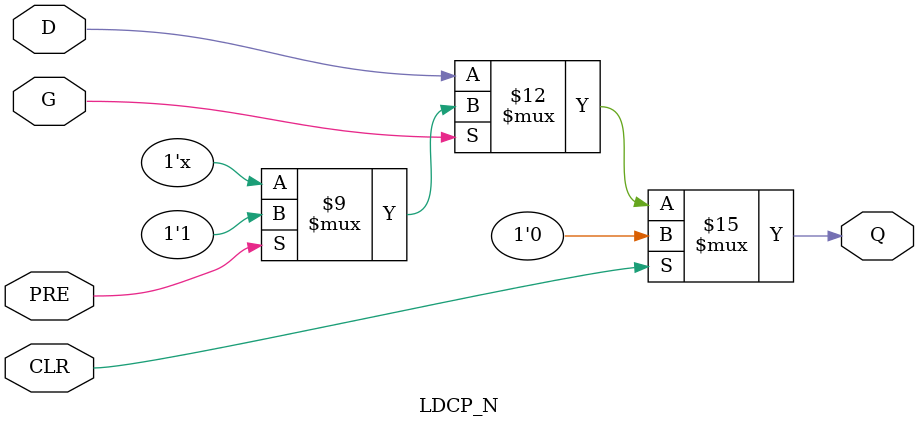
<source format=v>
module IBUF(input I, output O);
    assign O = I;
endmodule

module IOBUFE(input I, input E, output O, inout IO);
    assign O = IO;
    assign IO = E ? I : 1'bz;
endmodule

module ANDTERM(IN, IN_B, OUT);
    parameter TRUE_INP = 0;
    parameter COMP_INP = 0;

    input [TRUE_INP-1:0] IN;
    input [COMP_INP-1:0] IN_B;
    output reg OUT;

    integer i;

    always @(*) begin
        OUT = 1;
        for (i = 0; i < TRUE_INP; i=i+1)
            OUT = OUT & IN[i];
        for (i = 0; i < COMP_INP; i=i+1)
            OUT = OUT & ~IN_B[i];
    end
endmodule

module ORTERM(IN, OUT);
    parameter WIDTH = 0;

    input [WIDTH-1:0] IN;
    output reg OUT;

    integer i;

    always @(*) begin
        OUT = 0;
        for (i = 0; i < WIDTH; i=i+1) begin
            OUT = OUT | IN[i];
        end
    end
endmodule

module MACROCELL_XOR(IN_PTC, IN_ORTERM, OUT);
    parameter INVERT_OUT = 0;

    input IN_PTC;
    input IN_ORTERM;
    output wire OUT;

    wire xor_intermed;

    assign OUT = INVERT_OUT ? ~xor_intermed : xor_intermed;
    assign xor_intermed = IN_ORTERM ^ IN_PTC;
endmodule

module FDCP (C, PRE, CLR, D, Q);
    parameter INIT = 0;

    input C, PRE, CLR, D;
    output reg Q;

    initial begin
        Q <= INIT;
    end

    always @(posedge C, posedge PRE, posedge CLR) begin
        if (CLR == 1)
            Q <= 0;
        else if (PRE == 1)
            Q <= 1;
        else
            Q <= D;
    end
endmodule

module FDCP_N (C, PRE, CLR, D, Q);
    parameter INIT = 0;

    input C, PRE, CLR, D;
    output reg Q;

    initial begin
        Q <= INIT;
    end

    always @(negedge C, posedge PRE, posedge CLR) begin
        if (CLR == 1)
            Q <= 0;
        else if (PRE == 1)
            Q <= 1;
        else
            Q <= D;
    end
endmodule

module LDCP (G, PRE, CLR, D, Q);
    parameter INIT = 0;

    input G, PRE, CLR, D;
    output reg Q;

    initial begin
        Q <= INIT;
    end

    always @* begin
        if (CLR == 1)
            Q <= 0;
        else if (G == 1)
            Q <= D;
        else if (PRE == 1)
            Q <= 1;
    end
endmodule

module LDCP_N (G, PRE, CLR, D, Q);
    parameter INIT = 0;

    input G, PRE, CLR, D;
    output reg Q;

    initial begin
        Q <= INIT;
    end

    always @* begin
        if (CLR == 1)
            Q <= 0;
        else if (G == 0)
            Q <= D;
        else if (PRE == 1)
            Q <= 1;
    end
endmodule

</source>
